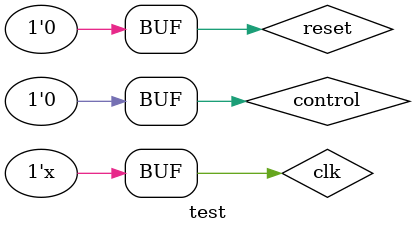
<source format=v>
module test;
 reg clk, reset, control;
 wire [7:0] count;

 up_down_counter udc1(count, clk, reset, control);

 initial
 begin
    clk = 0;
    reset = 1;
    control = 1;

    #3
    reset = 0;

    #3
    reset = reset;
    control = control;

    #3
    reset = reset;
    control = control;

    #3
    reset = reset;
    control = control;

    #3
    reset = reset;
    control = control;

    #48
    control = ~control;
    
    #3
    reset = ~reset;

    #3
    reset = ~reset;
 end

 always #3 clk = ~clk;
endmodule

</source>
